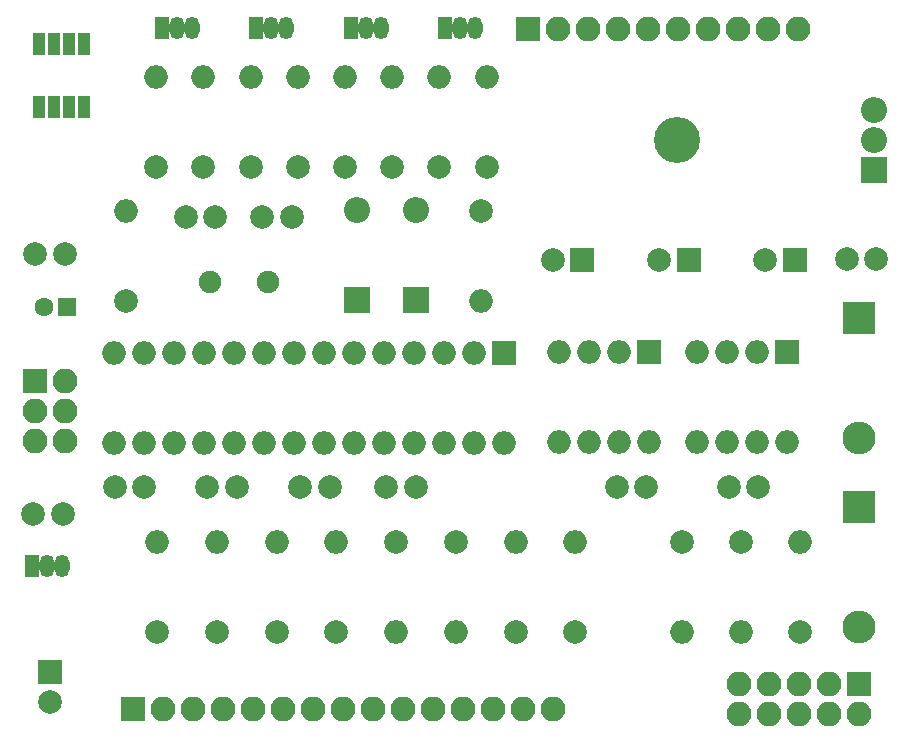
<source format=gts>
G04 #@! TF.GenerationSoftware,KiCad,Pcbnew,(5.0.0)*
G04 #@! TF.CreationDate,2019-04-04T01:40:39-07:00*
G04 #@! TF.ProjectId,kicad-cpu-board,6B696361642D6370752D626F6172642E,rev?*
G04 #@! TF.SameCoordinates,Original*
G04 #@! TF.FileFunction,Soldermask,Top*
G04 #@! TF.FilePolarity,Negative*
%FSLAX46Y46*%
G04 Gerber Fmt 4.6, Leading zero omitted, Abs format (unit mm)*
G04 Created by KiCad (PCBNEW (5.0.0)) date 04/04/19 01:40:39*
%MOMM*%
%LPD*%
G01*
G04 APERTURE LIST*
%ADD10R,2.000000X2.000000*%
%ADD11O,2.000000X2.000000*%
%ADD12C,2.000000*%
%ADD13C,1.600000*%
%ADD14R,1.600000X1.600000*%
%ADD15O,2.200000X2.200000*%
%ADD16R,2.200000X2.200000*%
%ADD17R,2.800000X2.800000*%
%ADD18O,2.800000X2.800000*%
%ADD19O,2.100000X2.100000*%
%ADD20R,2.100000X2.100000*%
%ADD21O,1.300000X1.900000*%
%ADD22R,1.300000X1.900000*%
%ADD23O,3.900000X3.900000*%
%ADD24R,1.000000X1.950000*%
%ADD25C,1.900000*%
G04 APERTURE END LIST*
D10*
G04 #@! TO.C,U106*
X80200000Y-76900000D03*
D11*
X72580000Y-84520000D03*
X77660000Y-76900000D03*
X75120000Y-84520000D03*
X75120000Y-76900000D03*
X77660000Y-84520000D03*
X72580000Y-76900000D03*
X80200000Y-84520000D03*
G04 #@! TD*
D12*
G04 #@! TO.C,C115*
X97000000Y-69000000D03*
X99500000Y-69000000D03*
G04 #@! TD*
G04 #@! TO.C,C116*
X30625001Y-90625001D03*
X28125001Y-90625001D03*
G04 #@! TD*
D11*
G04 #@! TO.C,U103*
X68000000Y-84620000D03*
X34980000Y-77000000D03*
X65460000Y-84620000D03*
X37520000Y-77000000D03*
X62920000Y-84620000D03*
X40060000Y-77000000D03*
X60380000Y-84620000D03*
X42600000Y-77000000D03*
X57840000Y-84620000D03*
X45140000Y-77000000D03*
X55300000Y-84620000D03*
X47680000Y-77000000D03*
X52760000Y-84620000D03*
X50220000Y-77000000D03*
X50220000Y-84620000D03*
X52760000Y-77000000D03*
X47680000Y-84620000D03*
X55300000Y-77000000D03*
X45140000Y-84620000D03*
X57840000Y-77000000D03*
X42600000Y-84620000D03*
X60380000Y-77000000D03*
X40060000Y-84620000D03*
X62920000Y-77000000D03*
X37520000Y-84620000D03*
X65460000Y-77000000D03*
X34980000Y-84620000D03*
D10*
X68000000Y-77000000D03*
G04 #@! TD*
D12*
G04 #@! TO.C,C101*
X72100000Y-69100000D03*
D10*
X74600000Y-69100000D03*
G04 #@! TD*
D13*
G04 #@! TO.C,C102*
X29000000Y-73100000D03*
D14*
X31000000Y-73100000D03*
G04 #@! TD*
D12*
G04 #@! TO.C,C103*
X80000000Y-88350000D03*
X77500000Y-88350000D03*
G04 #@! TD*
G04 #@! TO.C,C104*
X45350000Y-88350000D03*
X42850000Y-88350000D03*
G04 #@! TD*
G04 #@! TO.C,C105*
X50000000Y-65500000D03*
X47500000Y-65500000D03*
G04 #@! TD*
G04 #@! TO.C,C106*
X53200000Y-88350000D03*
X50700000Y-88350000D03*
G04 #@! TD*
G04 #@! TO.C,C107*
X41000000Y-65500000D03*
X43500000Y-65500000D03*
G04 #@! TD*
D10*
G04 #@! TO.C,C108*
X29525000Y-104000000D03*
D12*
X29525000Y-106500000D03*
G04 #@! TD*
G04 #@! TO.C,C109*
X90100000Y-69100000D03*
D10*
X92600000Y-69100000D03*
G04 #@! TD*
G04 #@! TO.C,C110*
X83600000Y-69100000D03*
D12*
X81100000Y-69100000D03*
G04 #@! TD*
G04 #@! TO.C,C111*
X30775000Y-68600000D03*
X28275000Y-68600000D03*
G04 #@! TD*
G04 #@! TO.C,C112*
X37500000Y-88350000D03*
X35000000Y-88350000D03*
G04 #@! TD*
G04 #@! TO.C,C113*
X58000000Y-88350000D03*
X60500000Y-88350000D03*
G04 #@! TD*
G04 #@! TO.C,C114*
X87000000Y-88350000D03*
X89500000Y-88350000D03*
G04 #@! TD*
D15*
G04 #@! TO.C,D101*
X60500000Y-64880000D03*
D16*
X60500000Y-72500000D03*
G04 #@! TD*
G04 #@! TO.C,D102*
X55500000Y-72500000D03*
D15*
X55500000Y-64880000D03*
G04 #@! TD*
D17*
G04 #@! TO.C,D103*
X98000000Y-74000000D03*
D18*
X98000000Y-84160000D03*
G04 #@! TD*
G04 #@! TO.C,D104*
X98000000Y-100160000D03*
D17*
X98000000Y-90000000D03*
G04 #@! TD*
D19*
G04 #@! TO.C,J101*
X30790000Y-84480000D03*
X28250000Y-84480000D03*
X30790000Y-81940000D03*
X28250000Y-81940000D03*
X30790000Y-79400000D03*
D20*
X28250000Y-79400000D03*
G04 #@! TD*
D19*
G04 #@! TO.C,J102*
X92875993Y-49594547D03*
X90335993Y-49594547D03*
X87795993Y-49594547D03*
X85255993Y-49594547D03*
X82715993Y-49594547D03*
X80175993Y-49594547D03*
X77635993Y-49594547D03*
X75095993Y-49594547D03*
X72555993Y-49594547D03*
D20*
X70015993Y-49594547D03*
G04 #@! TD*
D19*
G04 #@! TO.C,J103*
X72075993Y-107094547D03*
X69535993Y-107094547D03*
X66995993Y-107094547D03*
X64455993Y-107094547D03*
X61915993Y-107094547D03*
X59375993Y-107094547D03*
X56835993Y-107094547D03*
X54295993Y-107094547D03*
X51755993Y-107094547D03*
X49215993Y-107094547D03*
X46675993Y-107094547D03*
X44135993Y-107094547D03*
X41595993Y-107094547D03*
X39055993Y-107094547D03*
D20*
X36515993Y-107094547D03*
G04 #@! TD*
D19*
G04 #@! TO.C,J104*
X87840000Y-107540000D03*
X87840000Y-105000000D03*
X90380000Y-107540000D03*
X90380000Y-105000000D03*
X92920000Y-107540000D03*
X92920000Y-105000000D03*
X95460000Y-107540000D03*
X95460000Y-105000000D03*
X98000000Y-107540000D03*
D20*
X98000000Y-105000000D03*
G04 #@! TD*
D11*
G04 #@! TO.C,L101*
X83000000Y-100570000D03*
D12*
X83000000Y-92950000D03*
G04 #@! TD*
D11*
G04 #@! TO.C,L102*
X93000000Y-92980000D03*
D12*
X93000000Y-100600000D03*
G04 #@! TD*
G04 #@! TO.C,L103*
X88000000Y-92950000D03*
D11*
X88000000Y-100570000D03*
G04 #@! TD*
D21*
G04 #@! TO.C,Q101*
X64270000Y-49500000D03*
X65540000Y-49500000D03*
D22*
X63000000Y-49500000D03*
G04 #@! TD*
D21*
G04 #@! TO.C,Q102*
X48270000Y-49500000D03*
X49540000Y-49500000D03*
D22*
X47000000Y-49500000D03*
G04 #@! TD*
G04 #@! TO.C,Q103*
X39000000Y-49500000D03*
D21*
X41540000Y-49500000D03*
X40270000Y-49500000D03*
G04 #@! TD*
D22*
G04 #@! TO.C,Q104*
X55000000Y-49500000D03*
D21*
X57540000Y-49500000D03*
X56270000Y-49500000D03*
G04 #@! TD*
D12*
G04 #@! TO.C,R101*
X36000000Y-72600000D03*
D11*
X36000000Y-64980000D03*
G04 #@! TD*
D12*
G04 #@! TO.C,R102*
X66000000Y-65000000D03*
D11*
X66000000Y-72620000D03*
G04 #@! TD*
D12*
G04 #@! TO.C,R103*
X38600000Y-100600000D03*
D11*
X38600000Y-92980000D03*
G04 #@! TD*
G04 #@! TO.C,R104*
X62500000Y-53580000D03*
D12*
X62500000Y-61200000D03*
G04 #@! TD*
D11*
G04 #@! TO.C,R105*
X66500000Y-53580000D03*
D12*
X66500000Y-61200000D03*
G04 #@! TD*
G04 #@! TO.C,R106*
X46500000Y-61200000D03*
D11*
X46500000Y-53580000D03*
G04 #@! TD*
G04 #@! TO.C,R107*
X50500000Y-53580000D03*
D12*
X50500000Y-61200000D03*
G04 #@! TD*
D11*
G04 #@! TO.C,R108*
X43657142Y-92980000D03*
D12*
X43657142Y-100600000D03*
G04 #@! TD*
D11*
G04 #@! TO.C,R109*
X38500000Y-53580000D03*
D12*
X38500000Y-61200000D03*
G04 #@! TD*
G04 #@! TO.C,R110*
X42500000Y-61200000D03*
D11*
X42500000Y-53580000D03*
G04 #@! TD*
G04 #@! TO.C,R111*
X54500000Y-53580000D03*
D12*
X54500000Y-61200000D03*
G04 #@! TD*
G04 #@! TO.C,R112*
X58500000Y-61200000D03*
D11*
X58500000Y-53580000D03*
G04 #@! TD*
G04 #@! TO.C,R113*
X48714284Y-92980000D03*
D12*
X48714284Y-100600000D03*
G04 #@! TD*
G04 #@! TO.C,R114*
X58828568Y-92950000D03*
D11*
X58828568Y-100570000D03*
G04 #@! TD*
G04 #@! TO.C,R115*
X53771426Y-92980000D03*
D12*
X53771426Y-100600000D03*
G04 #@! TD*
G04 #@! TO.C,R116*
X74000000Y-100600000D03*
D11*
X74000000Y-92980000D03*
G04 #@! TD*
G04 #@! TO.C,R117*
X63885710Y-100570000D03*
D12*
X63885710Y-92950000D03*
G04 #@! TD*
G04 #@! TO.C,R118*
X68942852Y-100600000D03*
D11*
X68942852Y-92980000D03*
G04 #@! TD*
D15*
G04 #@! TO.C,U101*
X99300000Y-56420000D03*
X99300000Y-58960000D03*
D16*
X99300000Y-61500000D03*
D23*
X82640000Y-58960000D03*
G04 #@! TD*
D22*
G04 #@! TO.C,U102*
X28000000Y-95000000D03*
D21*
X30540000Y-95000000D03*
X29270000Y-95000000D03*
G04 #@! TD*
D24*
G04 #@! TO.C,U104*
X28595000Y-50800000D03*
X29865000Y-50800000D03*
X31135000Y-50800000D03*
X32405000Y-50800000D03*
X32405000Y-56200000D03*
X31135000Y-56200000D03*
X29865000Y-56200000D03*
X28595000Y-56200000D03*
G04 #@! TD*
D11*
G04 #@! TO.C,U105*
X91900000Y-84520000D03*
X84280000Y-76900000D03*
X89360000Y-84520000D03*
X86820000Y-76900000D03*
X86820000Y-84520000D03*
X89360000Y-76900000D03*
X84280000Y-84520000D03*
D10*
X91900000Y-76900000D03*
G04 #@! TD*
D25*
G04 #@! TO.C,Y101*
X43100000Y-71000000D03*
X48000000Y-71000000D03*
G04 #@! TD*
M02*

</source>
